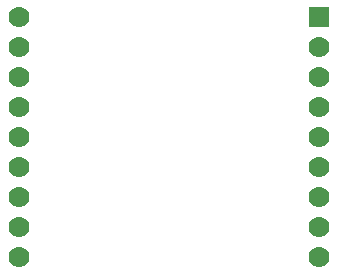
<source format=gbr>
%TF.GenerationSoftware,KiCad,Pcbnew,7.0.5*%
%TF.CreationDate,2023-06-25T17:37:25+01:00*%
%TF.ProjectId,Rapid Remote,52617069-6420-4526-956d-6f74652e6b69,rev?*%
%TF.SameCoordinates,PX815a420PY6eb35b0*%
%TF.FileFunction,Soldermask,Bot*%
%TF.FilePolarity,Negative*%
%FSLAX46Y46*%
G04 Gerber Fmt 4.6, Leading zero omitted, Abs format (unit mm)*
G04 Created by KiCad (PCBNEW 7.0.5) date 2023-06-25 17:37:25*
%MOMM*%
%LPD*%
G01*
G04 APERTURE LIST*
%ADD10R,1.778000X1.778000*%
%ADD11C,1.778000*%
G04 APERTURE END LIST*
D10*
%TO.C,U1*%
X26670000Y29210000D03*
D11*
X26670000Y26670000D03*
X26670000Y24130000D03*
X26670000Y21590000D03*
X26670000Y19050000D03*
X26670000Y16510000D03*
X26670000Y13970000D03*
X26670000Y11430000D03*
X26670000Y8890000D03*
X1270000Y8890000D03*
X1270000Y11430000D03*
X1270000Y13970000D03*
X1270000Y16510000D03*
X1270000Y19050000D03*
X1270000Y21590000D03*
X1270000Y24130000D03*
X1270000Y26670000D03*
X1270000Y29210000D03*
%TD*%
M02*

</source>
